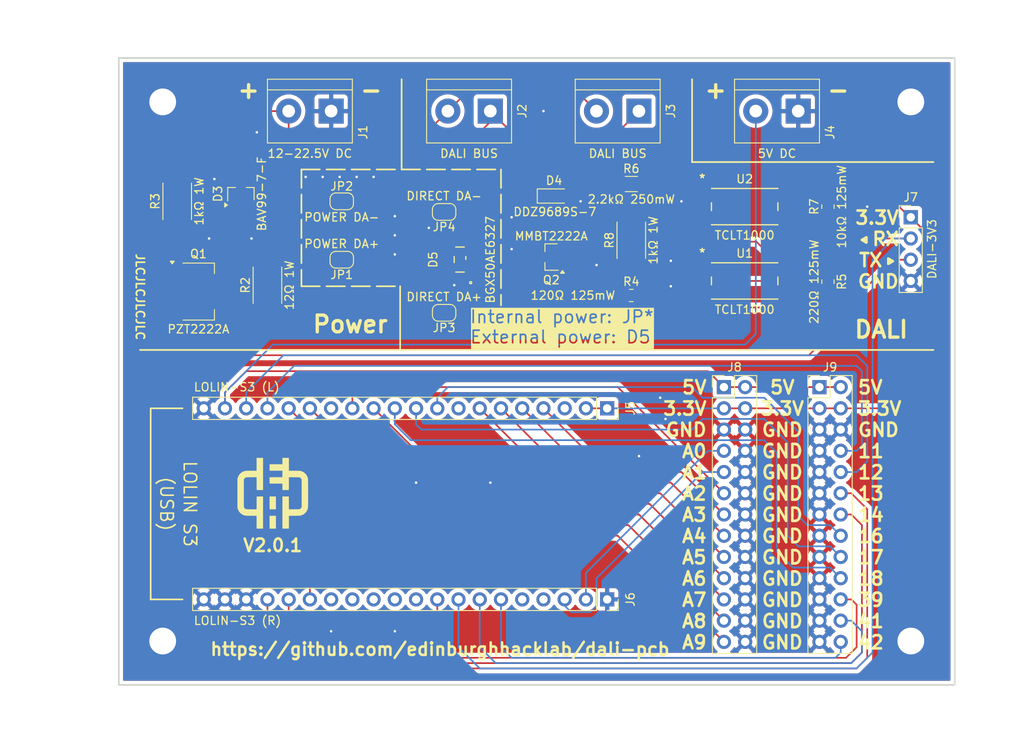
<source format=kicad_pcb>
(kicad_pcb (version 20241229) (generator "pcbnew") (generator_version "9.0")
  (layers (0 "F.Cu" signal) (2 "B.Cu" signal) (13 "F.Paste" user) (15 "B.Paste" user) (5 "F.SilkS" user "F.Silkscreen") (7 "B.SilkS" user "B.Silkscreen") (1 "F.Mask" user) (3 "B.Mask" user) (25 "Edge.Cuts" user))
  (net 0 "")
  (net 2 "/Power/DA+")
  (net 3 "Net-(Q1-B)")
  (net 4 "Net-(D4-A)")
  (net 5 "Net-(D4-K)")
  (net 6 "Net-(D5--)")
  (net 7 "/DALI/DA-")
  (net 8 "/DALI/DA+")
  (net 9 "GND")
  (net 10 "+5V")
  (net 11 "/IO/IO_A8")
  (net 12 "/IO/IO_D16")
  (net 13 "/IO/IO_A2")
  (net 14 "/IO/IO_A4")
  (net 15 "/IO/IO_D17")
  (net 16 "/IO/IO_A3")
  (net 17 "/IO/IO_D18")
  (net 18 "/IO/IO_A5")
  (net 19 "/IO/IO_A6")
  (net 20 "/IO/IO_A7")
  (net 21 "+3.3V")
  (net 22 "/IO/IO_A9")
  (net 23 "/IO/IO_D11")
  (net 24 "/IO/IO_D12")
  (net 25 "/DALI/DALI_RX")
  (net 26 "/IO/IO_D39")
  (net 27 "/IO/IO_A0")
  (net 28 "/DALI/DALI_TX")
  (net 29 "/IO/IO_A1")
  (net 30 "/IO/IO_D13")
  (net 31 "/IO/IO_D14")
  (net 32 "Net-(Q1-E)")
  (net 33 "Net-(Q2-B)")
  (net 34 "Net-(R4-Pad2)")
  (net 35 "Net-(R5-Pad1)")
  (net 36 "Net-(R6-Pad2)")
  (net 37 "+12-22.5V DC")
  (net 48 "/IO/IO_D42")
  (net 49 "/IO/IO_D41")
  (footprint "Package_TO_SOT_SMD:SOT-23_Handsoldering" (layer "F.Cu") (at 29.845 31.49 90)
    (property "Reference" "D3")
    (property "Value" "BAV99-7-F")
  )
  (footprint "Connector_PinHeader_2.54mm:PinHeader_2x13_P2.54mm_Vertical" (layer "F.Cu") (at 87.63 54.61)
    (property "Reference" "J8")
    (property "Value" "A10-0")
  )
  (footprint "Resistor_SMD:R_2512_6332Metric_Pad1.40x3.35mm_HandSolder" (layer "F.Cu") (at 22.225 32.385 90)
    (property "Reference" "R3")
    (property "Value" "1kΩ 1W")
  )
  (footprint "Package_TO_SOT_SMD:SOT-23_Handsoldering" (layer "F.Cu") (at 66.9775 39.05 180)
    (property "Reference" "Q2")
    (property "Value" "MMBT2222A")
  )
  (footprint "Jumper:SolderJumper-2_P1.3mm_Open_RoundedPad1.0x1.5mm" (layer "F.Cu") (at 41.91 39.37 180)
    (property "Reference" "JP1")
    (property "Value" "POWER DA+")
  )
  (footprint "Diode_SMD:D_SOD-323_HandSoldering" (layer "F.Cu") (at 67.31 31.75)
    (property "Reference" "D4")
    (property "Value" "DDZ9689S-7")
  )
  (footprint "TerminalBlock:TerminalBlock_bornier-2_P5.08mm" (layer "F.Cu") (at 40.64 21.59 180)
    (property "Reference" "J1")
    (property "Value" "12-22.5V DC")
  )
  (footprint "LOGO" (layer "F.Cu") (at 33.655 67.31)
    (property "Reference" "EHLAB" (hide yes))
    (property "Value" "LOGO" (hide yes))
  )
  (footprint "Resistor_SMD:R_1206_3216Metric_Pad1.30x1.75mm_HandSolder" (layer "F.Cu") (at 76.550881 30.313437)
    (property "Reference" "R6")
    (property "Value" "2.2kΩ 250mW")
  )
  (footprint "Connector_PinSocket_2.54mm:PinSocket_1x20_P2.54mm_Vertical" (layer "F.Cu") (at 73.66 57.15 -90)
    (property "Reference" "J5")
    (property "Value" "LOLIN-S3 (L)")
  )
  (footprint "TCLT1000:SOP-4L_TC-M" (layer "F.Cu") (at 90.113414 33.02)
    (property "Reference" "U2")
    (property "Value" "TCLT1000")
  )
  (footprint "Resistor_SMD:R_0805_2012Metric_Pad1.20x1.40mm_HandSolder" (layer "F.Cu") (at 100.076 41.999107 -90)
    (property "Reference" "R5")
    (property "Value" "220Ω 125mW")
  )
  (footprint "Resistor_SMD:R_2512_6332Metric_Pad1.40x3.35mm_HandSolder" (layer "F.Cu") (at 76.550881 37.044437 90)
    (property "Reference" "R8")
    (property "Value" "1kΩ 1W")
  )
  (footprint "MountingHole:MountingHole_3.2mm_M3_Pad" (layer "F.Cu") (at 109.99 20.49 180)
    (property "Reference" "H2")
    (property "Value" "MountingHole_Pad")
  )
  (footprint "BGX50AE6327HTSA1.:SOT143_2p9x1p3-1p9_INF-M" (layer "F.Cu") (at 56.056306 39.349599 90)
    (property "Reference" "D5")
    (property "Value" "BGX50AE6327")
  )
  (footprint "Jumper:SolderJumper-2_P1.3mm_Open_RoundedPad1.0x1.5mm" (layer "F.Cu") (at 41.91 32.385)
    (property "Reference" "JP2")
    (property "Value" "POWER DA-")
  )
  (footprint "Resistor_SMD:R_0805_2012Metric_Pad1.20x1.40mm_HandSolder" (layer "F.Cu") (at 76.550881 43.648437)
    (property "Reference" "R4")
    (property "Value" "120Ω 125mW")
  )
  (footprint "Resistor_SMD:R_0805_2012Metric_Pad1.20x1.40mm_HandSolder" (layer "F.Cu") (at 100.076 33.02 -90)
    (property "Reference" "R7")
    (property "Value" "10kΩ 125mW")
  )
  (footprint "TerminalBlock:TerminalBlock_bornier-2_P5.08mm" (layer "F.Cu") (at 96.52 21.59 180)
    (property "Reference" "J4")
    (property "Value" "5V DC")
  )
  (footprint "Jumper:SolderJumper-2_P1.3mm_Open_RoundedPad1.0x1.5mm" (layer "F.Cu") (at 54.155 33.655 180)
    (property "Reference" "JP4")
    (property "Value" "DIRECT DA-")
  )
  (footprint "Jumper:SolderJumper-2_P1.3mm_Open_RoundedPad1.0x1.5mm" (layer "F.Cu") (at 54.155 45.72 180)
    (property "Reference" "JP3")
    (property "Value" "DIRECT DA+")
  )
  (footprint "Connector_PinHeader_2.54mm:PinHeader_1x04_P2.54mm_Vertical" (layer "F.Cu") (at 109.982 34.29)
    (property "Reference" "J7")
    (property "Value" "DALI-3V3")
  )
  (footprint "TCLT1000:SOP-4L_TC-M" (layer "F.Cu") (at 90.113414 41.91)
    (property "Reference" "U1")
    (property "Value" "TCLT1000")
  )
  (footprint "MountingHole:MountingHole_3.2mm_M3_Pad" (layer "F.Cu") (at 20.49 20.49 180)
    (property "Reference" "H1")
    (property "Value" "MountingHole_Pad")
  )
  (footprint "MountingHole:MountingHole_3.2mm_M3_Pad" (layer "F.Cu") (at 109.99 84.99)
    (property "Reference" "H4")
    (property "Value" "MountingHole_Pad")
  )
  (footprint "Package_TO_SOT_SMD:SOT-223-3_TabPin2" (layer "F.Cu") (at 24.765 43.18)
    (property "Reference" "Q1")
    (property "Value" "PZT2222A")
  )
  (footprint "Connector_PinSocket_2.54mm:PinSocket_1x20_P2.54mm_Vertical" (layer "F.Cu") (at 73.66 80.01 -90)
    (property "Reference" "J6")
    (property "Value" "LOLIN-S3 (R)")
  )
  (footprint "TerminalBlock:TerminalBlock_bornier-2_P5.08mm" (layer "F.Cu") (at 77.462789 21.59 180)
    (property "Reference" "J3")
    (property "Value" "DALI BUS")
  )
  (footprint "MountingHole:MountingHole_3.2mm_M3_Pad" (layer "F.Cu") (at 20.49 84.99 -90)
    (property "Reference" "H3")
    (property "Value" "MountingHole_Pad")
  )
  (footprint "Connector_PinHeader_2.54mm:PinHeader_2x13_P2.54mm_Vertical" (layer "F.Cu") (at 99.06 54.61)
    (property "Reference" "J9")
    (property "Value" "D8-11")
  )
  (footprint "TerminalBlock:TerminalBlock_bornier-2_P5.08mm" (layer "F.Cu") (at 59.682789 21.59 180)
    (property "Reference" "J2")
    (property "Value" "DALI BUS")
  )
  (footprint "Resistor_SMD:R_2512_6332Metric_Pad1.40x3.35mm_HandSolder" (layer "F.Cu") (at 33.02 42.42 90)
    (property "Reference" "R2")
    (property "Value" "12Ω 1W")
  )
  (gr_line (start 19.05 80.01) (end 19.05 57.15) (stroke (width 0.2)) (layer "F.SilkS"))
  (gr_line (start 37.084 28.575) (end 60.96 28.575) (stroke (width 0.2) (type dash)) (layer "F.SilkS"))
  (gr_line (start 17.78 50.165) (end 112.7 50.165) (stroke (width 0.2)) (layer "F.SilkS"))
  (gr_line (start 49.0728 17.78) (end 49.0728 28.575) (stroke (width 0.2)) (layer "F.SilkS"))
  (gr_line (start 48.895 42.545) (end 48.895 50.165) (stroke (width 0.2)) (layer "F.SilkS"))
  (gr_line (start 37.084 42.545) (end 48.895 42.545) (stroke (width 0.2) (type dash)) (layer "F.SilkS"))
  (gr_line (start 19.05 57.15) (end 22.86 57.15) (stroke (width 0.2)) (layer "F.SilkS"))
  (gr_line (start 83.82 17.78) (end 83.82 27.686) (stroke (width 0.2)) (layer "F.SilkS"))
  (gr_line (start 60.96 28.575) (end 60.96 44.831) (stroke (width 0.2) (type dash)) (layer "F.SilkS"))
  (gr_line (start 37.084 28.575) (end 37.084 42.545) (stroke (width 0.2) (type dash)) (layer "F.SilkS"))
  (gr_line (start 19.05 80.01) (end 22.86 80.01) (stroke (width 0.2)) (layer "F.SilkS"))
  (gr_line (start 83.82 27.686) (end 112.7 27.686) (stroke (width 0.2)) (layer "F.SilkS"))
  (gr_rect (start 15.24 15.24) (end 115.24 90.24) (stroke (width 0.2)) (fill no) (layer "Edge.Cuts"))
  (gr_text "5V\n3.3V\nGND\nA0\nA1\nA2\nA3\nA4\nA5\nA6\nA7\nA8\nA9" (at 85.725 53.721 0) (layer "F.SilkS") (effects (font (size 1.579 1.579) (thickness 0.3158) (bold yes)) (justify right top)))
  (gr_text "Power" (at 47.625 48.26 0) (layer "F.SilkS") (effects (font (size 2 2) (thickness 0.4) (bold yes)) (justify right bottom)))
  (gr_text "5V\n3.3V\nGND\n11\n12\n13\n14\n16\n17\n18\n39\n41\n42" (at 103.505 53.721 0) (layer "F.SilkS") (effects (font (size 1.579 1.579) (thickness 0.3158) (bold yes)) (justify left top)))
  (gr_text "+        -" (at 93.98 19.05 0) (layer "F.SilkS") (effects (font (size 2 2) (thickness 0.4) (bold yes))))
  (gr_text "https://github.com/edinburghhacklab/dali-pcb" (at 26.035 85.09 0) (layer "F.SilkS") (effects (font (size 1.5 1.5) (thickness 0.3) (bold yes)) (justify left top)))
  (gr_text "LOLIN S3" (at 23.749 68.58 270) (layer "F.SilkS") (effects (font (size 1.5 1.5) (thickness 0.1875))))
  (gr_text "JLCJLCJLCJLC" (at 17.78 43.815 270) (layer "F.SilkS") (effects (font (size 1 1) (thickness 0.2) (bold yes))))
  (gr_text "(USB)\n" (at 20.955 68.58 270) (layer "F.SilkS") (effects (font (size 1.5 1.5) (thickness 0.1875))))
  (gr_text "Internal power: JP*\nExternal power: D5" (at 57.15 47.4091 0) (layer "F.SilkS" knockout) (effects (font (size 1.5 1.5) (thickness 0.2)) (justify left)))
  (gr_text "DALI" (at 109.855 48.895 0) (layer "F.SilkS") (effects (font (size 2 2) (thickness 0.4) (bold yes)) (justify right bottom)))
  (gr_text "V2.0.1" (at 33.655 74.422 0) (layer "F.SilkS") (effects (font (size 1.5 1.5) (thickness 0.3) (bold yes)) (justify bottom)))
  (gr_text "3.3V\n◂RX\nTX▸\nGND" (at 108.712 33.4264 0) (layer "F.SilkS") (effects (font (size 1.579 1.579) (thickness 0.3158) (bold yes)) (justify right top)))
  (gr_text "5V\n3.3V\nGND\nGND\nGND\nGND\nGND\nGND\nGND\nGND\nGND\nGND\nGND" (at 94.615 53.721 0) (layer "F.SilkS") (effects (font (size 1.579 1.579) (thickness 0.3158) (bold yes)) (justify top)))
  (gr_text "+        -" (at 38.1 19.05 0) (layer "F.SilkS") (effects (font (size 2 2) (thickness 0.4) (bold yes))))
  (segment (start 30.795 32.99) (end 33.02 35.215) (width 0.2) (layer "F.Cu") (net 2))
  (segment (start 41.26 39.37) (end 33.02 39.37) (width 0.2) (layer "F.Cu") (net 2))
  (segment (start 33.02 35.215) (end 33.02 39.37) (width 0.2) (layer "F.Cu") (net 2))
  (segment (start 21.615 38.075) (end 21.615 40.88) (width 0.2) (layer "F.Cu") (net 3))
  (segment (start 26.45 35.435) (end 28.895 32.99) (width 0.2) (layer "F.Cu") (net 3))
  (segment (start 22.225 35.435) (end 22.225 37.465) (width 0.2) (layer "F.Cu") (net 3))
  (segment (start 22.225 37.465) (end 21.615 38.075) (width 0.2) (layer "F.Cu") (net 3))
  (segment (start 22.225 35.435) (end 26.45 35.435) (width 0.2) (layer "F.Cu") (net 3))
  (segment (start 69.83 30.48) (end 74.834318 30.48) (width 0.2) (layer "F.Cu") (net 4))
  (segment (start 68.56 31.75) (end 69.83 30.48) (width 0.2) (layer "F.Cu") (net 4))
  (segment (start 54.805 45.72) (end 57.305906 43.219094) (width 0.2) (layer "F.Cu") (net 5))
  (segment (start 71.882 37.211) (end 91.510414 37.211) (width 0.2) (layer "F.Cu") (net 5))
  (segment (start 57.305906 40.109099) (end 64.418401 40.109099) (width 0.2) (layer "F.Cu") (net 5))
  (segment (start 66.06 31.75) (end 66.06 39.03) (width 0.2) (layer "F.Cu") (net 5))
  (segment (start 70.043 39.05) (end 71.882 37.211) (width 0.2) (layer "F.Cu") (net 5))
  (segment (start 66.04 39.05) (end 70.043 39.05) (width 0.2) (layer "F.Cu") (net 5))
  (segment (start 91.510414 37.211) (end 94.939414 40.64) (width 0.2) (layer "F.Cu") (net 5))
  (segment (start 64.418401 40.109099) (end 65.4775 39.05) (width 0.2) (layer "F.Cu") (net 5))
  (segment (start 57.305906 43.219094) (end 57.305906 40.109099) (width 0.2) (layer "F.Cu") (net 5))
  (segment (start 58.674 30.226) (end 58.230505 30.226) (width 0.2) (layer "F.Cu") (net 6))
  (segment (start 66.548 30.226) (end 58.674 30.226) (width 0.2) (layer "F.Cu") (net 6))
  (segment (start 76.550881 33.994437) (end 84.991851 33.994437) (width 0.2) (layer "F.Cu") (net 6))
  (segment (start 67.31 34.29) (end 67.31 30.988) (width 0.2) (layer "F.Cu") (net 6))
  (segment (start 67.31 30.988) (end 66.548 30.226) (width 0.2) (layer "F.Cu") (net 6))
  (segment (start 69.940563 33.994437) (end 76.550881 33.994437) (width 0.2) (layer "F.Cu") (net 6))
  (segment (start 58.234 30.226) (end 58.674 30.226) (width 0.2) (layer "F.Cu") (net 6))
  (segment (start 54.805 33.655) (end 54.805 38.397891) (width 0.2) (layer "F.Cu") (net 6))
  (segment (start 54.805 33.655) (end 58.234 30.226) (width 0.2) (layer "F.Cu") (net 6))
  (segment (start 68.4775 35.4575) (end 69.940563 33.994437) (width 0.2) (layer "F.Cu") (net 6))
  (segment (start 68.4775 38.1) (end 68.4775 35.4575) (width 0.2) (layer "F.Cu") (net 6))
  (segment (start 68.4775 35.4575) (end 67.31 34.29) (width 0.2) (layer "F.Cu") (net 6))
  (segment (start 53.848 39.37) (end 50.165 35.687) (width 0.2) (layer "F.Cu") (net 7))
  (segment (start 42.56 32.385) (end 50.165 32.385) (width 0.2) (layer "F.Cu") (net 7))
  (segment (start 59.682789 21.59) (end 62.730789 24.638) (width 0.2) (layer "F.Cu") (net 7))
  (segment (start 62.730789 24.638) (end 74.414789 24.638) (width 0.2) (layer "F.Cu") (net 7))
  (segment (start 56.335505 39.37) (end 53.848 39.37) (width 0.2) (layer "F.Cu") (net 7))
  (segment (start 57.305906 38.399599) (end 56.335505 39.37) (width 0.2) (layer "F.Cu") (net 7))
  (segment (start 59.682789 22.867211) (end 50.165 32.385) (width 0.2) (layer "F.Cu") (net 7))
  (segment (start 50.165 32.385) (end 50.165 33.655) (width 0.2) (layer "F.Cu") (net 7))
  (segment (start 50.165 35.687) (end 50.165 33.655) (width 0.2) (layer "F.Cu") (net 7))
  (segment (start 53.505 33.655) (end 50.165 33.655) (width 0.2) (layer "F.Cu") (net 7))
  (segment (start 74.414789 24.638) (end 77.462789 21.59) (width 0.2) (layer "F.Cu") (net 7))
  (segment (start 45.72 38.1) (end 44.45 39.37) (width 0.2) (layer "F.Cu") (net 8))
  (segment (start 45.3796 40.2996) (end 53.51 40.2996) (width 0.2) (layer "F.Cu") (net 8))
  (segment (start 45.3796 40.2996) (end 44.45 39.37) (width 0.2) (layer "F.Cu") (net 8))
  (segment (start 54.602789 21.59) (end 57.142789 19.05) (width 0.2) (layer "F.Cu") (net 8))
  (segment (start 57.142789 19.05) (end 69.842789 19.05) (width 0.2) (layer "F.Cu") (net 8))
  (segment (start 36.068 35.052) (end 36.576 35.56) (width 0.2) (layer "F.Cu") (net 8))
  (segment (start 36.068 28.448) (end 36.068 35.052) (width 0.2) (layer "F.Cu") (net 8))
  (segment (start 53.51 40.2996) (end 54.806707 40.2996) (width 0.2) (layer "F.Cu") (net 8))
  (segment (start 36.576 35.56) (end 44.45 35.56) (width 0.2) (layer "F.Cu") (net 8))
  (segment (start 44.45 35.56) (end 45.72 36.83) (width 0.2) (layer "F.Cu") (net 8))
  (segment (start 69.842789 19.05) (end 72.382789 21.59) (width 0.2) (layer "F.Cu") (net 8))
  (segment (start 36.576 27.94) (end 36.068 28.448) (width 0.2) (layer "F.Cu") (net 8))
  (segment (start 53.51 40.2996) (end 53.505 40.3046) (width 0.2) (layer "F.Cu") (net 8))
  (segment (start 48.252789 27.94) (end 36.576 27.94) (width 0.2) (layer "F.Cu") (net 8))
  (segment (start 44.45 39.37) (end 42.56 39.37) (width 0.2) (layer "F.Cu") (net 8))
  (segment (start 45.72 36.83) (end 45.72 38.1) (width 0.2) (layer "F.Cu") (net 8))
  (segment (start 53.505 40.3046) (end 53.505 45.72) (width 0.2) (layer "F.Cu") (net 8))
  (segment (start 54.602789 21.59) (end 48.252789 27.94) (width 0.2) (layer "F.Cu") (net 8))
  (via (at 26.035 36.83) (size 0.6) (drill 0.3) (layers "F.Cu" "B.Cu") (net 9))
  (via (at 52.324 35.56) (size 0.6) (drill 0.3) (layers "F.Cu" "B.Cu") (net 9))
  (via (at 31.115 36.83) (size 0.6) (drill 0.3) (layers "F.Cu" "B.Cu") (net 9))
  (via (at 82.55 32.385) (size 0.6) (drill 0.3) (layers "F.Cu" "B.Cu") (net 9))
  (via (at 48.26 36.449) (size 0.6) (drill 0.3) (layers "F.Cu" "B.Cu") (net 9))
  (via (at 62.23 38.1) (size 0.6) (drill 0.3) (layers "F.Cu" "B.Cu") (net 9))
  (via (at 43.688 29.464) (size 0.6) (drill 0.3) (layers "F.Cu" "B.Cu") (net 9))
  (via (at 59.69 66.04) (size 0.6) (drill 0.3) (layers "F.Cu" "B.Cu") (net 9))
  (via (at 41.656 29.464) (size 0.6) (drill 0.3) (layers "F.Cu" "B.Cu") (net 9))
  (via (at 70.485 32.385) (size 0.6) (drill 0.3) (layers "F.Cu" "B.Cu") (net 9))
  (via (at 72.39 40.005) (size 0.6) (drill 0.3) (layers "F.Cu" "B.Cu") (net 9))
  (via (at 31.75 24.13) (size 0.6) (drill 0.3) (layers "F.Cu" "B.Cu") (net 9))
  (via (at 80.645 58.42) (size 0.6) (drill 0.3) (layers "F.Cu" "B.Cu") (net 9))
  (via (at 104.775 33.02) (size 0.6) (drill 0.3) (layers "F.Cu" "B.Cu") (net 9))
  (via (at 77.47 62.865) (size 0.6) (drill 0.3) (layers "F.Cu" "B.Cu") (net 9))
  (via (at 80.01 55.88) (size 0.6) (drill 0.3) (layers "F.Cu" "B.Cu") (net 9))
  (via (at 50.8 66.04) (size 0.6) (drill 0.3) (layers "F.Cu" "B.Cu") (net 9))
  (via (at 81.28 39.497) (size 0.6) (drill 0.3) (layers "F.Cu" "B.Cu") (net 9))
  (via (at 40.64 83.82) (size 0.6) (drill 0.3) (layers "F.Cu" "B.Cu") (net 9))
  (via (at 48.26 34.163) (size 0.6) (drill 0.3) (layers "F.Cu" "B.Cu") (net 9))
  (via (at 48.26 83.82) (size 0.6) (drill 0.3) (layers "F.Cu" "B.Cu") (net 9))
  (via (at 62.23 34.29) (size 0.6) (drill 0.3) (layers "F.Cu" "B.Cu") (net 9))
  (via (at 45.72 29.464) (size 0.6) (drill 0.3) (layers "F.Cu" "B.Cu") (net 9))
  (via (at 37.592 29.464) (size 0.6) (drill 0.3) (layers "F.Cu" "B.Cu") (net 9))
  (via (at 26.67 29.718) (size 0.6) (drill 0.3) (layers "F.Cu" "B.Cu") (net 9))
  (via (at 81.28 42.545) (size 0.6) (drill 0.3) (layers "F.Cu" "B.Cu") (net 9))
  (via (at 48.26 38.735) (size 0.6) (drill 0.3) (layers "F.Cu" "B.Cu") (net 9))
  (via (at 66.04 21.59) (size 0.6) (drill 0.3) (layers "F.Cu" "B.Cu") (net 9))
  (via (at 55.372 42.418) (size 0.6) (drill 0.3) (layers "F.Cu" "B.Cu") (net 9))
  (via (at 39.624 29.464) (size 0.6) (drill 0.3) (layers "F.Cu" "B.Cu") (net 9))
  (segment (start 90.17 54.61) (end 87.63 54.61) (width 0.2) (layer "F.Cu") (net 10))
  (segment (start 27.94 55.245) (end 30.48 52.705) (width 0.2) (layer "F.Cu") (net 10))
  (segment (start 27.94 57.15) (end 27.94 55.245) (width 0.2) (layer "F.Cu") (net 10))
  (segment (start 85.725 52.705) (end 87.63 54.61) (width 0.2) (layer "F.Cu") (net 10))
  (segment (start 90.17 54.61) (end 99.06 54.61) (width 0.2) (layer "F.Cu") (net 10))
  (segment (start 99.06 54.61) (end 101.6 54.61) (width 0.2) (layer "F.Cu") (net 10))
  (segment (start 30.48 52.705) (end 85.725 52.705) (width 0.2) (layer "F.Cu") (net 10))
  (segment (start 27.94 55.245) (end 33.655 49.53) (width 0.2) (layer "B.Cu") (net 10))
  (segment (start 91.44 48.26) (end 91.44 21.59) (width 0.2) (layer "B.Cu") (net 10))
  (segment (start 90.17 49.53) (end 91.44 48.26) (width 0.2) (layer "B.Cu") (net 10))
  (segment (start 27.94 57.15) (end 27.94 55.245) (width 0.2) (layer "B.Cu") (net 10))
  (segment (start 33.655 49.53) (end 90.17 49.53) (width 0.2) (layer "B.Cu") (net 10))
  (segment (start 87.63 82.55) (end 76.2 71.12) (width 0.2) (layer "F.Cu") (net 11))
  (segment (start 52.07 71.12) (end 38.1 57.15) (width 0.2) (layer "F.Cu") (net 11))
  (segment (start 76.2 71.12) (end 52.07 71.12) (width 0.2) (layer "F.Cu") (net 11))
  (segment (start 92.456 55.88) (end 85.09 55.88) (width 0.2) (layer "B.Cu") (net 12))
  (segment (start 53.34 55.88) (end 53.34 57.15) (width 0.2) (layer "B.Cu") (net 12))
  (segment (start 83.82 54.61) (end 54.61 54.61) (width 0.2) (layer "B.Cu") (net 12))
  (segment (start 85.09 55.88) (end 83.82 54.61) (width 0.2) (layer "B.Cu") (net 12))
  (segment (start 97.61112 71.12) (end 96.52 70.02888) (width 0.2) (layer "B.Cu") (net 12))
  (segment (start 96.52 59.944) (end 92.456 55.88) (width 0.2) (layer "B.Cu") (net 12))
  (segment (start 101.6 72.39) (end 100.33 71.12) (width 0.2) (layer "B.Cu") (net 12))
  (segment (start 96.52 70.02888) (end 96.52 59.944) (width 0.2) (layer "B.Cu") (net 12))
  (segment (start 100.33 71.12) (end 97.61112 71.12) (width 0.2) (layer "B.Cu") (net 12))
  (segment (start 54.61 54.61) (end 53.34 55.88) (width 0.2) (layer "B.Cu") (net 12))
  (segment (start 87.63 67.31) (end 74.93 54.61) (width 0.2) (layer "F.Cu") (net 13))
  (segment (start 44.45 54.61) (end 43.18 55.88) (width 0.2) (layer "F.Cu") (net 13))
  (segment (start 74.93 54.61) (end 44.45 54.61) (width 0.2) (layer "F.Cu") (net 13))
  (segment (start 43.18 55.88) (end 43.18 57.15) (width 0.2) (layer "F.Cu") (net 13))
  (segment (start 87.63 72.39) (end 81.28 66.04) (width 0.2) (layer "F.Cu") (net 14))
  (segment (start 72.39 66.04) (end 63.5 57.15) (width 0.2) (layer "F.Cu") (net 14))
  (segment (start 81.28 66.04) (end 72.39 66.04) (width 0.2) (layer "F.Cu") (net 14))
  (segment (start 100.33 73.66) (end 96.52 73.66) (width 0.2) (layer "B.Cu") (net 15))
  (segment (start 51.435 59.69) (end 50.8 59.055) (width 0.2) (layer "B.Cu") (net 15))
  (segment (start 101.6 74.93) (end 100.33 73.66) (width 0.2) (layer "B.Cu") (net 15))
  (segment (start 85.09 58.42) (end 83.82 59.69) (width 0.2) (layer "B.Cu") (net 15))
  (segment (start 95.25 61.214) (end 92.456 58.42) (width 0.2) (layer "B.Cu") (net 15))
  (segment (start 83.82 59.69) (end 51.435 59.69) (width 0.2) (layer "B.Cu") (net 15))
  (segment (start 95.25 72.39) (end 95.25 61.214) (width 0.2) (layer "B.Cu") (net 15))
  (segment (start 96.52 73.66) (end 95.25 72.39) (width 0.2) (layer "B.Cu") (net 15))
  (segment (start 92.456 58.42) (end 85.09 58.42) (width 0.2) (layer "B.Cu") (net 15))
  (segment (start 50.8 59.055) (end 50.8 57.15) (width 0.2) (layer "B.Cu") (net 15))
  (segment (start 73.66 64.77) (end 66.04 57.15) (width 0.2) (layer "F.Cu") (net 16))
  (segment (start 87.63 69.85) (end 82.55 64.77) (width 0.2) (layer "F.Cu") (net 16))
  (segment (start 82.55 64.77) (end 73.66 64.77) (width 0.2) (layer "F.Cu") (net 16))
  (segment (start 100.33 76.2) (end 95.885 76.2) (width 0.2) (layer "B.Cu") (net 17))
  (segment (start 95.885 76.2) (end 93.98 74.295) (width 0.2) (layer "B.Cu") (net 17))
  (segment (start 92.456 60.96) (end 50.165 60.96) (width 0.2) (layer "B.Cu") (net 17))
  (segment (start 93.98 74.295) (end 93.98 62.484) (width 0.2) (layer "B.Cu") (net 17))
  (segment (start 48.26 59.055) (end 48.26 57.15) (width 0.2) (layer "B.Cu") (net 17))
  (segment (start 101.6 77.47) (end 100.33 76.2) (width 0.2) (layer "B.Cu") (net 17))
  (segment (start 93.98 62.484) (end 92.456 60.96) (width 0.2) (layer "B.Cu") (net 17))
  (segment (start 50.165 60.96) (end 48.26 59.055) (width 0.2) (layer "B.Cu") (net 17))
  (segment (start 87.63 74.93) (end 80.01 67.31) (width 0.2) (layer "F.Cu") (net 18))
  (segment (start 80.01 67.31) (end 71.12 67.31) (width 0.2) (layer "F.Cu") (net 18))
  (segment (start 71.12 67.31) (end 60.96 57.15) (width 0.2) (layer "F.Cu") (net 18))
  (segment (start 69.85 68.58) (end 58.42 57.15) (width 0.2) (layer "F.Cu") (net 19))
  (segment (start 78.74 68.58) (end 69.85 68.58) (width 0.2) (layer "F.Cu") (net 19))
  (segment (start 87.63 77.47) (end 78.74 68.58) (width 0.2) (layer "F.Cu") (net 19))
  (segment (start 58.42 69.85) (end 45.72 57.15) (width 0.2) (layer "F.Cu") (net 20))
  (segment (start 87.63 80.01) (end 77.47 69.85) (width 0.2) (layer "F.Cu") (net 20))
  (segment (start 77.47 69.85) (end 58.42 69.85) (width 0.2) (layer "F.Cu") (net 20))
  (segment (start 111.76 56.515) (end 111.125 57.15) (width 0.2) (layer "F.Cu") (net 21))
  (segment (start 90.17 57.15) (end 99.06 57.15) (width 0.2) (layer "F.Cu") (net 21))
  (segment (start 107.585 32.02) (end 109.855 34.29) (width 0.2) (layer "F.Cu") (net 21))
  (segment (start 109.982 34.29) (end 111.76 36.068) (width 0.2) (layer "F.Cu") (net 21))
  (segment (start 100.076 32.02) (end 107.585 32.02) (width 0.2) (layer "F.Cu") (net 21))
  (segment (start 99.06 57.15) (end 101.6 57.15) (width 0.2) (layer "F.Cu") (net 21))
  (segment (start 111.76 36.068) (end 111.76 56.515) (width 0.2) (layer "F.Cu") (net 21))
  (segment (start 111.125 57.15) (end 101.6 57.15) (width 0.2) (layer "F.Cu") (net 21))
  (segment (start 71.12 57.15) (end 73.66 57.15) (width 0.2) (layer "F.Cu") (net 21))
  (segment (start 87.63 57.15) (end 90.17 57.15) (width 0.2) (layer "F.Cu") (net 21))
  (segment (start 87.63 57.15) (end 73.66 57.15) (width 0.2) (layer "B.Cu") (net 21))
  (segment (start 87.63 85.09) (end 74.93 72.39) (width 0.2) (layer "F.Cu") (net 22))
  (segment (start 50.8 72.39) (end 35.56 57.15) (width 0.2) (layer "F.Cu") (net 22))
  (segment (start 74.93 72.39) (end 50.8 72.39) (width 0.2) (layer "F.Cu") (net 22))
  (segment (start 36.195 52.07) (end 33.02 55.245) (width 0.2) (layer "B.Cu") (net 23))
  (segment (start 33.02 55.245) (end 33.02 57.15) (width 0.2) (layer "B.Cu") (net 23))
  (segment (start 104.14 52.705) (end 103.505 52.07) (width 0.2) (layer "B.Cu") (net 23))
  (segment (start 101.6 62.23) (end 103.505 62.23) (width 0.2) (layer "B.Cu") (net 23))
  (segment (start 104.14 61.595) (end 104.14 52.705) (width 0.2) (layer "B.Cu") (net 23))
  (segment (start 103.505 52.07) (end 36.195 52.07) (width 0.2) (layer "B.Cu") (net 23))
  (segment (start 103.505 62.23) (end 104.14 61.595) (width 0.2) (layer "B.Cu") (net 23))
  (segment (start 103.505 64.77) (end 104.775 63.5) (width 0.2) (layer "B.Cu") (net 24))
  (segment (start 34.925 50.8) (end 30.48 55.245) (width 0.2) (layer "B.Cu") (net 24))
  (segment (start 104.775 52.07) (end 103.505 50.8) (width 0.2) (layer "B.Cu") (net 24))
  (segment (start 103.505 50.8) (end 34.925 50.8) (width 0.2) (layer "B.Cu") (net 24))
  (segment (start 101.6 64.77) (end 103.505 64.77) (width 0.2) (layer "B.Cu") (net 24))
  (segment (start 104.775 63.5) (end 104.775 52.07) (width 0.2) (layer "B.Cu") (net 24))
  (segment (start 30.48 55.245) (end 30.48 57.15) (width 0.2) (layer "B.Cu") (net 24))
  (segment (start 105.41 36.83) (end 109.982 36.83) (width 0.2) (layer "F.Cu") (net 25))
  (segment (start 102.6 34.02) (end 105.41 36.83) (width 0.2) (layer "F.Cu") (net 25))
  (segment (start 96.647 31.75) (end 98.917 34.02) (width 0.2) (layer "F.Cu") (net 25))
  (segment (start 94.939414 31.75) (end 96.647 31.75) (width 0.2) (layer "F.Cu") (net 25))
  (segment (start 100.076 34.02) (end 102.6 34.02) (width 0.2) (layer "F.Cu") (net 25))
  (segment (start 98.917 34.02) (end 100.076 34.02) (width 0.2) (layer "F.Cu") (net 25))
  (segment (start 55.88 85.725) (end 58.42 88.265) (width 0.2) (layer "B.Cu") (net 25))
  (segment (start 107.95 36.83) (end 105.41 39.37) (width 0.2) (layer "B.Cu") (net 25))
  (segment (start 58.42 88.265) (end 103.505 88.265) (width 0.2) (layer "B.Cu") (net 25))
  (segment (start 55.88 85.725) (end 55.88 80.01) (width 0.2) (layer "B.Cu") (net 25))
  (segment (start 105.41 39.37) (end 105.41 86.36) (width 0.2) (layer "B.Cu") (net 25))
  (segment (start 109.982 36.83) (end 107.95 36.83) (width 0.2) (layer "B.Cu") (net 25))
  (segment (start 105.41 86.36) (end 103.505 88.265) (width 0.2) (layer "B.Cu") (net 25))
  (segment (start 54.61 86.995) (end 53.34 85.725) (width 0.2) (layer "F.Cu") (net 26))
  (segment (start 103.505 80.645) (end 103.505 85.725) (width 0.2) (layer "F.Cu") (net 26))
  (segment (start 101.6 80.01) (end 102.87 80.01) (width 0.2) (layer "F.Cu") (net 26))
  (segment (start 102.235 86.995) (end 54.61 86.995) (width 0.2) (layer "F.Cu") (net 26))
  (segment (start 102.87 80.01) (end 103.505 80.645) (width 0.2) (layer "F.Cu") (net 26))
  (segment (start 103.505 85.725) (end 102.235 86.995) (width 0.2) (layer "F.Cu") (net 26))
  (segment (start 53.34 85.725) (end 53.34 80.01) (width 0.2) (layer "F.Cu") (net 26))
  (segment (start 85.725 62.23) (end 71.12 76.835) (width 0.2) (layer "B.Cu") (net 27))
  (segment (start 71.12 76.835) (end 71.12 80.01) (width 0.2) (layer "B.Cu") (net 27))
  (segment (start 87.63 62.23) (end 85.725 62.23) (width 0.2) (layer "B.Cu") (net 27))
  (segment (start 22.86 52.07) (end 24.13 50.8) (width 0.2) (layer "F.Cu") (net 28))
  (segment (start 100.076 42.999107) (end 104.320893 42.999107) (width 0.2) (layer "F.Cu") (net 28))
  (segment (start 38.1 80.01) (end 38.1 78.105) (width 0.2) (layer "F.Cu") (net 28))
  (segment (start 38.1 78.105) (end 37.465 77.47) (width 0.2) (layer "F.Cu") (net 28))
  (segment (start 104.320893 42.999107) (end 107.95 39.37) (width 0.2) (layer "F.Cu") (net 28))
  (segment (start 37.465 77.47) (end 25.4 77.47) (width 0.2) (layer "F.Cu") (net 28))
  (segment (start 24.13 50.8) (end 97.79 50.8) (width 0.2) (layer "F.Cu") (net 28))
  (segment (start 100.076 48.514) (end 100.076 42.999107) (width 0.2) (layer "F.Cu") (net 28))
  (segment (start 22.86 74.93) (end 22.86 52.07) (width 0.2) (layer "F.Cu") (net 28))
  (segment (start 107.95 39.37) (end 109.982 39.37) (width 0.2) (layer "F.Cu") (net 28))
  (segment (start 97.79 50.8) (end 100.076 48.514) (width 0.2) (layer "F.Cu") (net 28))
  (segment (start 25.4 77.47) (end 22.86 74.93) (width 0.2) (layer "F.Cu") (net 28))
  (segment (start 69.342 81.534) (end 68.58 80.772) (width 0.2) (layer "B.Cu") (net 29))
  (segment (start 85.09 64.77) (end 72.39 77.47) (width 0.2) (layer "B.Cu") (net 29))
  (segment (start 72.39 77.47) (end 72.39 80.772) (width 0.2) (layer "B.Cu") (net 29))
  (segment (start 68.58 80.772) (end 68.58 80.01) (width 0.2) (layer "B.Cu") (net 29))
  (segment (start 72.39 80.772) (end 71.628 81.534) (width 0.2) (layer "B.Cu") (net 29))
  (segment (start 87.63 64.77) (end 85.09 64.77) (width 0.2) (layer "B.Cu") (net 29))
  (segment (start 71.628 81.534) (end 69.342 81.534) (width 0.2) (layer "B.Cu") (net 29))
  (segment (start 104.775 86.995) (end 103.505 88.265) (width 0.2) (layer "F.Cu") (net 30))
  (segment (start 35.56 88.265) (end 33.02 85.725) (width 0.2) (layer "F.Cu") (net 30))
  (segment (start 102.87 67.31) (end 104.775 69.215) (width 0.2) (layer "F.Cu") (net 30))
  (segment (start 103.505 88.265) (end 35.56 88.265) (width 0.2) (layer "F.Cu") (net 30))
  (segment (start 101.6 67.31) (end 102.87 67.31) (width 0.2) (layer "F.Cu") (net 30))
  (segment (start 104.775 69.215) (end 104.775 86.995) (width 0.2) (layer "F.Cu") (net 30))
  (segment (start 33.02 85.725) (end 33.02 80.01) (width 0.2) (layer "F.Cu") (net 30))
  (segment (start 101.6 69.85) (end 102.87 69.85) (width 0.2) (layer "F.Cu") (net 31))
  (segment (start 104.14 71.12) (end 104.14 86.36) (width 0.2) (layer "F.Cu") (net 31))
  (segment (start 37.465 87.63) (end 35.56 85.725) (width 0.2) (layer "F.Cu") (net 31))
  (segment (start 104.14 86.36) (end 102.87 87.63) (width 0.2) (layer "F.Cu") (net 31))
  (segment (start 102.87 69.85) (end 104.14 71.12) (width 0.2) (layer "F.Cu") (net 31))
  (segment (start 35.56 85.725) (end 35.56 80.01) (width 0.2) (layer "F.Cu") (net 31))
  (segment (start 102.87 87.63) (end 37.465 87.63) (width 0.2) (layer "F.Cu") (net 31))
  (segment (start 21.615 45.48) (end 21.615 47.015) (width 0.2) (layer "F.Cu") (net 32))
  (segment (start 22.225 47.625) (end 32.385 47.625) (width 0.2) (layer "F.Cu") (net 32))
  (segment (start 33.02 46.99) (end 33.02 45.47) (width 0.2) (layer "F.Cu") (net 32))
  (segment (start 32.385 47.625) (end 33.02 46.99) (width 0.2) (layer "F.Cu") (net 32))
  (segment (start 21.615 47.015) (end 22.225 47.625) (width 0.2) (layer "F.Cu") (net 32))
  (segment (start 68.4775 40) (end 72.2925 43.815) (width 0.2) (layer "F.Cu") (net 33))
  (segment (start 72.2925 43.815) (end 75.384318 43.815) (width 0.2) (layer "F.Cu") (net 33))
  (segment (start 81.01 45.085) (end 79.573437 43.648437) (width 0.2) (layer "F.Cu") (net 34))
  (segment (start 77.550881 43.648437) (end 77.550881 41.094437) (width 0.2) (layer "F.Cu") (net 34))
  (segment (start 93.034414 45.085) (end 81.01 45.085) (width 0.2) (layer "F.Cu") (net 34))
  (segment (start 79.573437 43.648437) (end 77.550881 43.648437) (width 0.2) (layer "F.Cu") (net 34))
  (segment (start 77.550881 41.094437) (end 76.550881 40.094437) (width 0.2) (layer "F.Cu") (net 34))
  (segment (start 94.939414 43.18) (end 93.034414 45.085) (width 0.2) (layer "F.Cu") (net 34))
  (segment (start 85.287414 40.64) (end 86.557414 41.91) (width 0.2) (layer "F.Cu") (net 35))
  (segment (start 86.557414 41.91) (end 97.409 41.91) (width 0.2) (layer "F.Cu") (net 35))
  (segment (start 97.409 41.91) (end 98.319893 40.999107) (width 0.2) (layer "F.Cu") (net 35))
  (segment (start 98.319893 40.999107) (end 100.076 40.999107) (width 0.2) (layer "F.Cu") (net 35))
  (segment (start 85.287414 31.75) (end 84.017414 30.48) (width 0.2) (layer "F.Cu") (net 36))
  (segment (start 84.017414 30.48) (end 78.267444 30.48) (width 0.2) (layer "F.Cu") (net 36))
  (segment (start 22.225 29.335) (end 29.97 21.59) (width 0.2) (layer "F.Cu") (net 37))
  (segment (start 27.915 43.18) (end 29.845 41.25) (width 0.2) (layer "F.Cu") (net 37))
  (segment (start 19.685 29.845) (end 19.685 42.545) (width 0.2) (layer "F.Cu") (net 37))
  (segment (start 19.685 42.545) (end 20.32 43.18) (width 0.2) (layer "F.Cu") (net 37))
  (segment (start 20.195 29.335) (end 19.685 29.845) (width 0.2) (layer "F.Cu") (net 37))
  (segment (start 35.56 26.2636) (end 35.56 21.59) (width 0.2) (layer "F.Cu") (net 37))
  (segment (start 29.845 31.9786) (end 35.56 26.2636) (width 0.2) (layer "F.Cu") (net 37))
  (segment (start 29.845 41.25) (end 29.845 31.9786) (width 0.2) (layer "F.Cu") (net 37))
  (segment (start 29.97 21.59) (end 35.56 21.59) (width 0.2) (layer "F.Cu") (net 37))
  (segment (start 22.225 29.335) (end 20.195 29.335) (width 0.2) (layer "F.Cu") (net 37))
  (segment (start 20.32 43.18) (end 21.615 43.18) (width 0.2) (layer "F.Cu") (net 37))
  (segment (start 101.6 85.09) (end 101.6 86.36) (width 0.2) (layer "B.Cu") (net 48))
  (segment (start 62.23 86.995) (end 100.965 86.995) (width 0.2) (layer "B.Cu") (net 48))
  (segment (start 101.6 86.36) (end 100.965 86.995) (width 0.2) (layer "B.Cu") (net 48))
  (segment (start 60.96 85.725) (end 60.96 80.01) (width 0.2) (layer "B.Cu") (net 48))
  (segment (start 60.96 85.725) (end 62.23 86.995) (width 0.2) (layer "B.Cu") (net 48))
  (segment (start 58.42 85.725) (end 60.325 87.63) (width 0.2) (layer "B.Cu") (net 49))
  (segment (start 104.14 83.82) (end 102.87 82.55) (width 0.2) (layer "B.Cu") (net 49))
  (segment (start 102.87 82.55) (end 101.6 82.55) (width 0.2) (layer "B.Cu") (net 49))
  (segment (start 60.325 87.63) (end 102.87 87.63) (width 0.2) (layer "B.Cu") (net 49))
  (segment (start 104.14 86.36) (end 104.14 83.82) (width 0.2) (layer "B.Cu") (net 49))
  (segment (start 58.42 80.01) (end 58.42 85.725) (width 0.2) (layer "B.Cu") (net 49))
  (segment (start 102.87 87.63) (end 104.14 86.36) (width 0.2) (layer "B.Cu") (net 49))
  (zone (net 9) (net_name "GND") (layers "F.Cu" "B.Cu") (connect_pads (clearance 0.5)) (min_thickness 0.25) (fill yes (thermal_gap 0.5) (thermal_bridge_width 0.5))
    (polygon (pts (xy 13.97 13.97) (xy 116.84 13.97) (xy 116.84 91.44) (xy 13.97 91.44)))
  )
)
</source>
